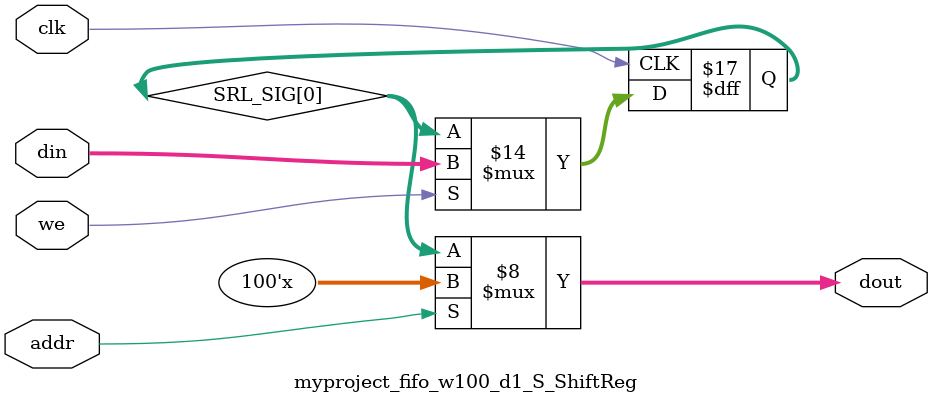
<source format=v>

`timescale 1ns/1ps

module myproject_fifo_w100_d1_S
#(parameter
    MEM_STYLE    = "shiftReg",
    DATA_WIDTH   = 100,
    ADDR_WIDTH   = 1,
    DEPTH        = 1)
(
    // system signal
    input  wire                  clk,
    input  wire                  reset,

    // write
    output wire                  if_full_n,
    input  wire                  if_write_ce,
    input  wire                  if_write,
    input  wire [DATA_WIDTH-1:0] if_din,
    
    // read 
    output wire [ADDR_WIDTH:0]   if_num_data_valid, // for FRP
    output wire [ADDR_WIDTH:0]   if_fifo_cap,       // for FRP

    output wire                  if_empty_n,
    input  wire                  if_read_ce,
    input  wire                  if_read,
    output wire [DATA_WIDTH-1:0] if_dout
);
//------------------------Parameter----------------------
localparam 
    SRL_DEPTH    = DEPTH,
    SRL_AWIDTH   = ADDR_WIDTH;
//------------------------Local signal-------------------
    reg  [SRL_AWIDTH-1:0] addr;
    wire                  push;
    wire                  pop;
    reg  [SRL_AWIDTH:0]   mOutPtr;
    reg                   empty_n = 1'b0;
    reg                   full_n = 1'b1; 

//------------------------Instantiation------------------
    myproject_fifo_w100_d1_S_ShiftReg 
    #(  .DATA_WIDTH (DATA_WIDTH),
        .ADDR_WIDTH (SRL_AWIDTH),
        .DEPTH      (SRL_DEPTH))
    U_myproject_fifo_w100_d1_S_ShiftReg (
        .clk        (clk),
        .we         (push),
        .addr       (addr),
        .din        (if_din),
        .dout       (if_dout)
    );
//------------------------Task and function--------------

//------------------------Body---------------------------
    // num_data_valid 
    assign if_num_data_valid = mOutPtr;
    assign if_fifo_cap       = DEPTH;

    // almost full/empty 

    // program full/empty 

    assign if_full_n  = full_n; 
    assign if_empty_n = empty_n;

    assign push       = full_n & if_write_ce & if_write;
    assign pop        = empty_n & if_read_ce & if_read;

    // addr
    always @(posedge clk) begin
        if (reset)
            addr <= {SRL_AWIDTH{1'b0}};
        else if (push & ~pop && empty_n)
            addr <= addr + 1'b1;
        else if (~push & pop && (mOutPtr != 1))
            addr <= addr - 1'b1;
    end

    // mOutPtr
    always @(posedge clk) begin
        if (reset)
            mOutPtr <= {SRL_AWIDTH+1{1'b0}};
        else if (push & ~pop)
            mOutPtr <= mOutPtr + 1'b1;
        else if (~push & pop)
            mOutPtr <= mOutPtr - 1'b1;
    end

    // full_n
    always @(posedge clk) begin
        if (reset)
            full_n <= 1'b1;
        else if ((push & ~pop) && (mOutPtr == DEPTH - 1))
            full_n <= 1'b0;
        else if (~push & pop)
            full_n <= 1'b1;
    end

    // empty_n
    always @(posedge clk) begin
        if (reset)
            empty_n <= 1'b0;
        else if (push & ~pop)
            empty_n <= 1'b1;
        else if ((~push & pop) && (mOutPtr == 1))
            empty_n <= 1'b0;
    end

    // almost_full_n 

    // almost_empty_n 

    // prog_full_n 
 
    // prog_empty_n 

endmodule  


module myproject_fifo_w100_d1_S_ShiftReg
#(parameter
    DATA_WIDTH  = 100,
    ADDR_WIDTH  = 1,
    DEPTH       = 1)
(
    input  wire                  clk,
    input  wire                  we,
    input  wire [ADDR_WIDTH-1:0] addr,
    input  wire [DATA_WIDTH-1:0] din,
    output wire [DATA_WIDTH-1:0] dout
);

    reg [DATA_WIDTH-1:0] SRL_SIG [0:DEPTH-1];
    integer i;

    always @(posedge clk) begin
        if (we) begin
            for (i=0; i<DEPTH-1; i=i+1)
                SRL_SIG[i+1] <= SRL_SIG[i];
            SRL_SIG[0] <= din;
        end
    end

    assign dout = SRL_SIG[addr];

endmodule
</source>
